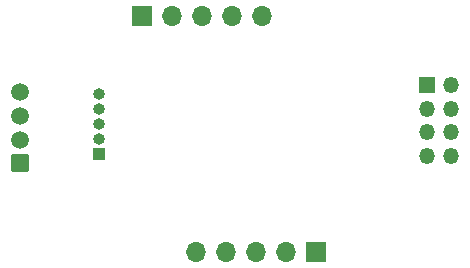
<source format=gbr>
%TF.GenerationSoftware,KiCad,Pcbnew,8.0.3*%
%TF.CreationDate,2024-06-13T10:05:27+02:00*%
%TF.ProjectId,radar_module,72616461-725f-46d6-9f64-756c652e6b69,rev?*%
%TF.SameCoordinates,Original*%
%TF.FileFunction,Soldermask,Top*%
%TF.FilePolarity,Negative*%
%FSLAX46Y46*%
G04 Gerber Fmt 4.6, Leading zero omitted, Abs format (unit mm)*
G04 Created by KiCad (PCBNEW 8.0.3) date 2024-06-13 10:05:27*
%MOMM*%
%LPD*%
G01*
G04 APERTURE LIST*
G04 Aperture macros list*
%AMRoundRect*
0 Rectangle with rounded corners*
0 $1 Rounding radius*
0 $2 $3 $4 $5 $6 $7 $8 $9 X,Y pos of 4 corners*
0 Add a 4 corners polygon primitive as box body*
4,1,4,$2,$3,$4,$5,$6,$7,$8,$9,$2,$3,0*
0 Add four circle primitives for the rounded corners*
1,1,$1+$1,$2,$3*
1,1,$1+$1,$4,$5*
1,1,$1+$1,$6,$7*
1,1,$1+$1,$8,$9*
0 Add four rect primitives between the rounded corners*
20,1,$1+$1,$2,$3,$4,$5,0*
20,1,$1+$1,$4,$5,$6,$7,0*
20,1,$1+$1,$6,$7,$8,$9,0*
20,1,$1+$1,$8,$9,$2,$3,0*%
G04 Aperture macros list end*
%ADD10R,1.350000X1.350000*%
%ADD11O,1.350000X1.350000*%
%ADD12R,1.000000X1.000000*%
%ADD13O,1.000000X1.000000*%
%ADD14R,1.700000X1.700000*%
%ADD15O,1.700000X1.700000*%
%ADD16RoundRect,0.102000X0.654000X-0.654000X0.654000X0.654000X-0.654000X0.654000X-0.654000X-0.654000X0*%
%ADD17C,1.512000*%
G04 APERTURE END LIST*
D10*
%TO.C,LD2450*%
X135610000Y-96230000D03*
D11*
X137610000Y-96230000D03*
X135610000Y-98230000D03*
X137610000Y-98230000D03*
X135610000Y-100230000D03*
X137610000Y-100230000D03*
X135610000Y-102230000D03*
X137610000Y-102230000D03*
%TD*%
D12*
%TO.C,LD2410*%
X107850000Y-102120000D03*
D13*
X107850000Y-100850000D03*
X107850000Y-99580000D03*
X107850000Y-98310000D03*
X107850000Y-97040000D03*
%TD*%
D14*
%TO.C,LD2410C*%
X126220000Y-110340000D03*
D15*
X123680000Y-110340000D03*
X121140000Y-110340000D03*
X118600000Y-110340000D03*
X116060000Y-110340000D03*
%TD*%
D14*
%TO.C,LD2410S*%
X111500000Y-90390000D03*
D15*
X114040000Y-90390000D03*
X116580000Y-90390000D03*
X119120000Y-90390000D03*
X121660000Y-90390000D03*
%TD*%
D16*
%TO.C,J1*%
X101140000Y-102860000D03*
D17*
X101140000Y-100860000D03*
X101140000Y-98860000D03*
X101140000Y-96860000D03*
%TD*%
M02*

</source>
